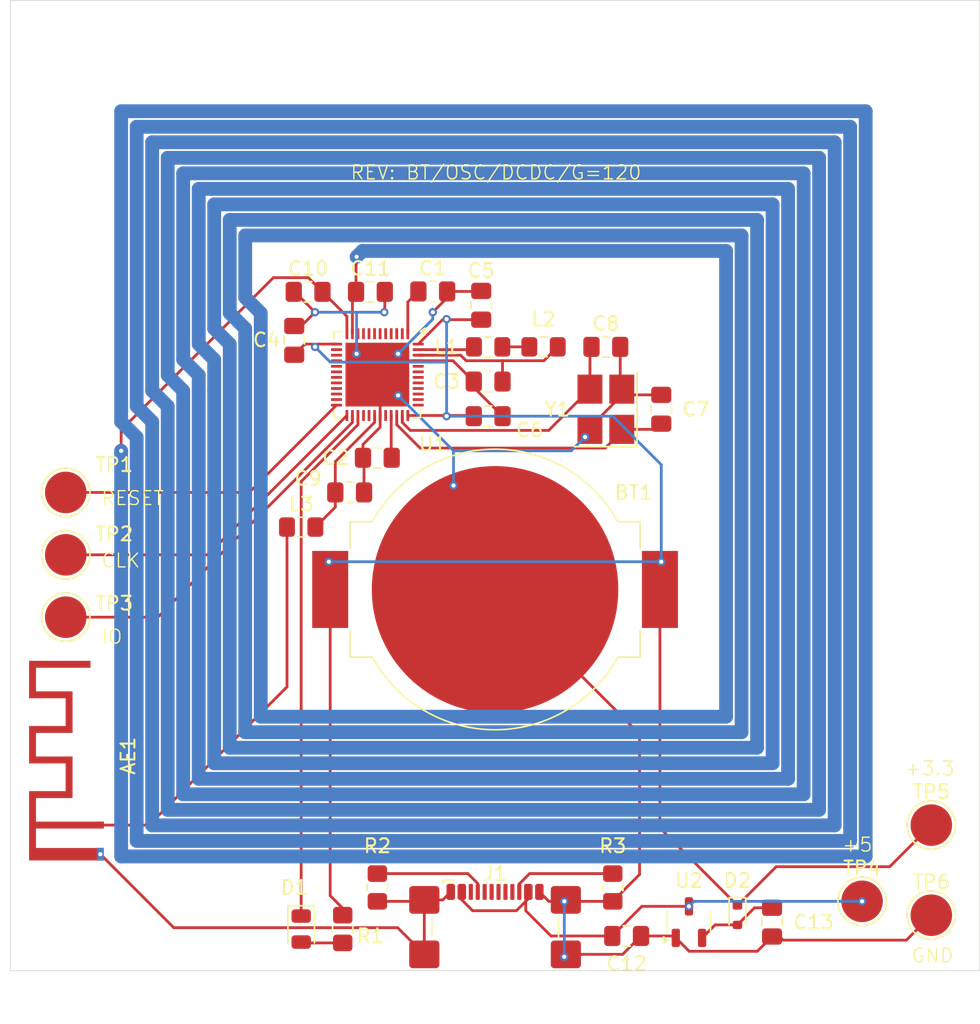
<source format=kicad_pcb>
(kicad_pcb (version 20240108) (generator "pcbnew") (generator_version "8.0")
  (layers (0 "F.Cu" signal) (31 "B.Cu" signal) (34 "B.Paste" user) (35 "F.Paste" user) (36 "B.SilkS" user "B.Silkscreen") (37 "F.SilkS" user "F.Silkscreen") (38 "B.Mask" user) (39 "F.Mask" user) (44 "Edge.Cuts" user))
  (net 0 "")
  (net 1 "Net-(AE1-A)")
  (net 2 "+3.3V")
  (net 3 "GND")
  (net 4 "Net-(U1-DEC1)")
  (net 5 "Net-(U1-DEC3)")
  (net 6 "Net-(U1-DEC4)")
  (net 7 "Net-(U1-XC1)")
  (net 8 "Net-(U1-XC2)")
  (net 9 "Net-(U1-ANT)")
  (net 10 "Net-(U1-NFC1{slash}P0.09)")
  (net 11 "Net-(U2-IN)")
  (net 12 "Net-(D2-A)")
  (net 13 "Net-(D1-K)")
  (net 14 "Net-(D1-A)")
  (net 16 "Net-(J1-CC1)")
  (net 20 "Net-(J1-CC2)")
  (net 23 "Net-(L1-Pad1)")
  (net 24 "Net-(U1-DCC)")
  (net 25 "Net-(U1-P0.21{slash}~{RESET})")
  (net 26 "Net-(U1-SWDCLK)")
  (net 27 "Net-(U1-SWDIO)")
  (footprint "TestPoint:TestPoint_Pad_D3.0mm" (layer "F.Cu") (at 64 75.5)
    (property "Reference" "TP1" (at 3.5 -2 0) (layer "F.SilkS"))
    (property "Value" "RESET")
    (pad "1" smd circle (at 0 0) (size 3 3) (layers "F.Cu" "F.Mask") (net 25 "Net-(U1-P0.21{slash}~{RESET})"))
  )
  (footprint "Capacitor_SMD:C_0805_2012Metric_Pad1.18x1.45mm_HandSolder" (layer "F.Cu") (at 94 62 90)
    (property "Reference" "C5" (at 2.5 0 180) (layer "F.SilkS"))
    (property "Value" "4.7u")
    (pad "1" smd roundrect (at -1.0375 0 90) (size 1.175 1.45) (layers "F.Cu" "F.Paste" "F.Mask") (roundrect_rratio 0.212766) (net 2 "+3.3V"))
    (pad "2" smd roundrect (at 1.0375 0 90) (size 1.175 1.45) (layers "F.Cu" "F.Paste" "F.Mask") (roundrect_rratio 0.212766) (net 3 "GND"))
  )
  (footprint "Capacitor_SMD:C_0805_2012Metric_Pad1.18x1.45mm_HandSolder" (layer "F.Cu") (at 80.5 64.53 90)
    (property "Reference" "C4" (at 0.03 -2 180) (layer "F.SilkS"))
    (property "Value" "100n")
    (pad "1" smd roundrect (at -1.0375 0 90) (size 1.175 1.45) (layers "F.Cu" "F.Paste" "F.Mask") (roundrect_rratio 0.212766) (net 2 "+3.3V"))
    (pad "2" smd roundrect (at 1.0375 0 90) (size 1.175 1.45) (layers "F.Cu" "F.Paste" "F.Mask") (roundrect_rratio 0.212766) (net 3 "GND"))
  )
  (footprint "Capacitor_SMD:C_0805_2012Metric_Pad1.18x1.45mm_HandSolder" (layer "F.Cu") (at 84.5 75.5 180)
    (property "Reference" "C9" (at 3 1 360) (layer "F.SilkS"))
    (property "Value" "0.8p")
    (pad "1" smd roundrect (at -1.0375 0 180) (size 1.175 1.45) (layers "F.Cu" "F.Paste" "F.Mask") (roundrect_rratio 0.212766) (net 3 "GND"))
    (pad "2" smd roundrect (at 1.0375 0 180) (size 1.175 1.45) (layers "F.Cu" "F.Paste" "F.Mask") (roundrect_rratio 0.212766) (net 9 "Net-(U1-ANT)"))
  )
  (footprint "TestPoint:TestPoint_Pad_D3.0mm" (layer "F.Cu") (at 121.5 105)
    (property "Reference" "TP4" (at 0 -2.398 0) (layer "F.SilkS"))
    (property "Value" "+5")
    (pad "1" smd circle (at 0 0) (size 3 3) (layers "F.Cu" "F.Mask") (net 11 "Net-(U2-IN)"))
  )
  (footprint "Capacitor_SMD:C_0805_2012Metric_Pad1.18x1.45mm_HandSolder" (layer "F.Cu") (at 94.5 67.5 180)
    (property "Reference" "C3" (at 3 0 360) (layer "F.SilkS"))
    (property "Value" "1u")
    (pad "1" smd roundrect (at -1.0375 0 180) (size 1.175 1.45) (layers "F.Cu" "F.Paste" "F.Mask") (roundrect_rratio 0.212766) (net 6 "Net-(U1-DEC4)"))
    (pad "2" smd roundrect (at 1.0375 0 180) (size 1.175 1.45) (layers "F.Cu" "F.Paste" "F.Mask") (roundrect_rratio 0.212766) (net 3 "GND"))
  )
  (footprint "Capacitor_SMD:C_0805_2012Metric_Pad1.18x1.45mm_HandSolder" (layer "F.Cu") (at 107 69.5 90)
    (property "Reference" "C7" (at 0 2.5 180) (layer "F.SilkS"))
    (property "Value" "12p")
    (pad "1" smd roundrect (at -1.0375 0 90) (size 1.175 1.45) (layers "F.Cu" "F.Paste" "F.Mask") (roundrect_rratio 0.212766) (net 7 "Net-(U1-XC1)"))
    (pad "2" smd roundrect (at 1.0375 0 90) (size 1.175 1.45) (layers "F.Cu" "F.Paste" "F.Mask") (roundrect_rratio 0.212766) (net 3 "GND"))
  )
  (footprint "Inductor_SMD:L_0805_2012Metric_Pad1.15x1.40mm_HandSolder" (layer "F.Cu") (at 94.5 65 180)
    (property "Reference" "L1" (at 3 0 360) (layer "F.SilkS"))
    (property "Value" "10u")
    (pad "1" smd roundrect (at -1.025 0 180) (size 1.15 1.4) (layers "F.Cu" "F.Paste" "F.Mask") (roundrect_rratio 0.217391) (net 23 "Net-(L1-Pad1)"))
    (pad "2" smd roundrect (at 1.025 0 180) (size 1.15 1.4) (layers "F.Cu" "F.Paste" "F.Mask") (roundrect_rratio 0.217391) (net 24 "Net-(U1-DCC)"))
  )
  (footprint "TestPoint:TestPoint_Pad_D3.0mm" (layer "F.Cu") (at 64 80)
    (property "Reference" "TP2" (at 3.5 -1.5 0) (layer "F.SilkS"))
    (property "Value" "CLK")
    (pad "1" smd circle (at 0 0) (size 3 3) (layers "F.Cu" "F.Mask") (net 26 "Net-(U1-SWDCLK)"))
  )
  (footprint "Capacitor_SMD:C_0805_2012Metric_Pad1.18x1.45mm_HandSolder" (layer "F.Cu") (at 104.5 107.5)
    (property "Reference" "C12" (at 0 2 360) (layer "F.SilkS"))
    (property "Value" "100n")
    (pad "1" smd roundrect (at -1.0375 0) (size 1.175 1.45) (layers "F.Cu" "F.Paste" "F.Mask") (roundrect_rratio 0.212766) (net 11 "Net-(U2-IN)"))
    (pad "2" smd roundrect (at 1.0375 0) (size 1.175 1.45) (layers "F.Cu" "F.Paste" "F.Mask") (roundrect_rratio 0.212766) (net 3 "GND"))
  )
  (footprint "TestPoint:TestPoint_Pad_D3.0mm" (layer "F.Cu") (at 64 84.5)
    (property "Reference" "TP3" (at 3.5 -1 0) (layer "F.SilkS"))
    (property "Value" "IO")
    (pad "1" smd circle (at 0 0) (size 3 3) (layers "F.Cu" "F.Mask") (net 27 "Net-(U1-SWDIO)"))
  )
  (footprint "Capacitor_SMD:C_0805_2012Metric_Pad1.18x1.45mm_HandSolder" (layer "F.Cu") (at 115 106.5 -90)
    (property "Reference" "C13" (at 0 -3 180) (layer "F.SilkS"))
    (property "Value" "100n")
    (pad "1" smd roundrect (at -1.0375 0 270) (size 1.175 1.45) (layers "F.Cu" "F.Paste" "F.Mask") (roundrect_rratio 0.212766) (net 12 "Net-(D2-A)"))
    (pad "2" smd roundrect (at 1.0375 0 270) (size 1.175 1.45) (layers "F.Cu" "F.Paste" "F.Mask") (roundrect_rratio 0.212766) (net 3 "GND"))
  )
  (footprint "Battery:BatteryHolder_MPD_BC2003_1x2032" (layer "F.Cu") (at 95 82.5)
    (property "Reference" "BT1" (at 10 -7 0) (layer "F.SilkS"))
    (property "Value" "CR2032")
    (pad "1" smd rect (at -11.905 0) (size 2.6 5.56) (layers "F.Cu" "F.Paste" "F.Mask") (net 2 "+3.3V"))
    (pad "1" smd rect (at 11.905 0) (size 2.6 5.56) (layers "F.Cu" "F.Paste" "F.Mask") (net 2 "+3.3V"))
    (pad "2" smd circle (at 0 0) (size 17.8 17.8) (layers "F.Cu" "F.Mask") (net 3 "GND"))
  )
  (footprint "Inductor_SMD:L_0805_2012Metric_Pad1.15x1.40mm_HandSolder" (layer "F.Cu") (at 98.5 65 180)
    (property "Reference" "L2" (at 0 2 360) (layer "F.SilkS"))
    (property "Value" "15n")
    (pad "1" smd roundrect (at -1.025 0 180) (size 1.15 1.4) (layers "F.Cu" "F.Paste" "F.Mask") (roundrect_rratio 0.217391) (net 6 "Net-(U1-DEC4)"))
    (pad "2" smd roundrect (at 1.025 0 180) (size 1.15 1.4) (layers "F.Cu" "F.Paste" "F.Mask") (roundrect_rratio 0.217391) (net 23 "Net-(L1-Pad1)"))
  )
  (footprint "Resistor_SMD:R_0805_2012Metric_Pad1.20x1.40mm_HandSolder" (layer "F.Cu") (at 84 107 90)
    (property "Reference" "R1" (at -0.5 2 180) (layer "F.SilkS"))
    (property "Value" "100")
    (pad "1" smd roundrect (at -1 0 90) (size 1.2 1.4) (layers "F.Cu" "F.Paste" "F.Mask") (roundrect_rratio 0.208333) (net 14 "Net-(D1-A)"))
    (pad "2" smd roundrect (at 1 0 90) (size 1.2 1.4) (layers "F.Cu" "F.Paste" "F.Mask") (roundrect_rratio 0.208333) (net 2 "+3.3V"))
  )
  (footprint "Capacitor_SMD:C_0805_2012Metric_Pad1.18x1.45mm_HandSolder" (layer "F.Cu") (at 81.5 61.03)
    (property "Reference" "C10" (at 0 -1.68 360) (layer "F.SilkS"))
    (property "Value" "TBD")
    (pad "1" smd roundrect (at -1.0375 0) (size 1.175 1.45) (layers "F.Cu" "F.Paste" "F.Mask") (roundrect_rratio 0.212766) (net 3 "GND"))
    (pad "2" smd roundrect (at 1.0375 0) (size 1.175 1.45) (layers "F.Cu" "F.Paste" "F.Mask") (roundrect_rratio 0.212766) (net 10 "Net-(U1-NFC1{slash}P0.09)"))
  )
  (footprint "Capacitor_SMD:C_0805_2012Metric_Pad1.18x1.45mm_HandSolder" (layer "F.Cu") (at 86 61.03)
    (property "Reference" "C11" (at 0 -1.68 360) (layer "F.SilkS"))
    (property "Value" "TBD")
    (pad "1" smd roundrect (at -1.0375 0) (size 1.175 1.45) (layers "F.Cu" "F.Paste" "F.Mask") (roundrect_rratio 0.212766) (net 10 "Net-(U1-NFC1{slash}P0.09)"))
    (pad "2" smd roundrect (at 1.0375 0) (size 1.175 1.45) (layers "F.Cu" "F.Paste" "F.Mask") (roundrect_rratio 0.212766) (net 3 "GND"))
  )
  (footprint "TestPoint:TestPoint_Pad_D3.0mm" (layer "F.Cu") (at 126.5 106)
    (property "Reference" "TP6" (at 0 -2.398 0) (layer "F.SilkS"))
    (property "Value" "GND")
    (pad "1" smd circle (at 0 0) (size 3 3) (layers "F.Cu" "F.Mask") (net 3 "GND"))
  )
  (footprint "Connector_USB:USB_C_Receptacle_GCT_USB4110" (layer "F.Cu") (at 95 108)
    (property "Reference" "J1" (at 0 -5.015 0) (layer "F.SilkS"))
    (property "Value" "USB_C_Receptacle_USB2.0_16P")
    (pad "" np_thru_hole circle (at -2.89 -2.605) (size 0.65 0.65) (drill 0.65) (layers "F&B.Cu" "*.Mask"))
    (pad "" np_thru_hole circle (at 2.89 -2.605) (size 0.65 0.65) (drill 0.65) (layers "F&B.Cu" "*.Mask"))
    (pad "A1" smd roundrect (at -3.2 -3.68) (size 0.6 1.15) (layers "F.Cu" "F.Paste" "F.Mask") (net 3 "GND"))
    (pad "A4" smd roundrect (at -2.4 -3.68) (size 0.6 1.15) (layers "F.Cu" "F.Paste" "F.Mask") (net 11 "Net-(U2-IN)"))
    (pad "A5" smd roundrect (at -1.25 -3.68) (size 0.3 1.15) (layers "F.Cu" "F.Paste" "F.Mask") (net 16 "Net-(J1-CC1)"))
    (pad "A6" smd roundrect (at -0.25 -3.68) (size 0.3 1.15) (layers "F.Cu" "F.Paste" "F.Mask"))
    (pad "A7" smd roundrect (at 0.25 -3.68) (size 0.3 1.15) (layers "F.Cu" "F.Paste" "F.Mask"))
    (pad "A8" smd roundrect (at 1.25 -3.68) (size 0.3 1.15) (layers "F.Cu" "F.Paste" "F.Mask"))
    (pad "A9" smd roundrect (at 2.4 -3.68) (size 0.6 1.15) (layers "F.Cu" "F.Paste" "F.Mask") (net 11 "Net-(U2-IN)"))
    (pad "A12" smd roundrect (at 3.2 -3.68) (size 0.6 1.15) (layers "F.Cu" "F.Paste" "F.Mask") (net 3 "GND"))
    (pad "B1" smd roundrect (at 3.2 -3.68) (size 0.6 1.15) (layers "F.Cu" "F.Paste" "F.Mask") (net 3 "GND"))
    (pad "B4" smd roundrect (at 2.4 -3.68) (size 0.6 1.15) (layers "F.Cu" "F.Paste" "F.Mask") (net 11 "Net-(U2-IN)"))
    (pad "B5" smd roundrect (at 1.75 -3.68) (size 0.3 1.15) (layers "F.Cu" "F.Paste" "F.Mask") (net 20 "Net-(J1-CC2)"))
    (pad "B6" smd roundrect (at 0.75 -3.68) (size 0.3 1.15) (layers "F.Cu" "F.Paste" "F.Mask"))
    (pad "B7" smd roundrect (at -0.75 -3.68) (size 0.3 1.15) (layers "F.Cu" "F.Paste" "F.Mask"))
    (pad "B8" smd roundrect (at -1.75 -3.68) (size 0.3 1.15) (layers "F.Cu" "F.Paste" "F.Mask"))
    (pad "B9" smd roundrect (at -2.4 -3.68) (size 0.6 1.15) (layers "F.Cu" "F.Paste" "F.Mask") (net 11 "Net-(U2-IN)"))
    (pad "B12" smd roundrect (at -3.2 -3.68) (size 0.6 1.15) (layers "F.Cu" "F.Paste" "F.Mask") (net 3 "GND"))
    (pad "S1" smd roundrect (at -5.11 -3.105) (size 2.18 2) (layers "F.Cu" "F.Paste" "F.Mask") (roundrect_rratio 0.125) (net 3 "GND"))
    (pad "S1" smd roundrect (at -5.11 0.825) (size 2.18 2) (layers "F.Cu" "F.Paste" "F.Mask") (roundrect_rratio 0.125) (net 3 "GND"))
    (pad "S1" smd roundrect (at 5.11 -3.105) (size 2.18 2) (layers "F.Cu" "F.Paste" "F.Mask") (roundrect_rratio 0.125) (net 3 "GND"))
    (pad "S1" smd roundrect (at 5.11 0.825) (size 2.18 2) (layers "F.Cu" "F.Paste" "F.Mask") (roundrect_rratio 0.125) (net 3 "GND"))
  )
  (footprint "LED_SMD:LED_0805_2012Metric" (layer "F.Cu") (at 81 107 -90)
    (property "Reference" "D1" (at -3 0.5 180) (layer "F.SilkS"))
    (property "Value" "ACTIVE")
    (pad "1" smd roundrect (at -0.9375 0 270) (size 0.975 1.4) (layers "F.Cu" "F.Paste" "F.Mask") (net 13 "Net-(D1-K)"))
    (pad "2" smd roundrect (at 0.9375 0 270) (size 0.975 1.4) (layers "F.Cu" "F.Paste" "F.Mask") (net 14 "Net-(D1-A)"))
  )
  (footprint "RF_Antenna:Texas_SWRA117D_2.4GHz_Right" (layer "F.Cu") (at 66.5 99.5 90)
    (property "Reference" "AE1" (at 5 2 90) (layer "F.SilkS"))
    (property "Value" "Antenna")
    (fp_poly (pts (xy 2.45 -2.51) (xy 4.45 -2.51) (xy 4.45 -5.15) (xy 7.15 -5.15) (xy 7.15 -2.51) (xy 9.15 -2.51) (xy 9.15 -5.15) (xy 11.85 -5.15) (xy 11.85 -0.71) (xy 11.35 -0.71) (xy 11.35 -4.65) (xy 9.65 -4.65) (xy 9.65 -2.01) (xy 6.65 -2.01) (xy 6.65 -4.65) (xy 4.95 -4.65) (xy 4.95 -2.01) (xy 1.95 -2.01) (xy 1.95 -4.65) (xy 0.25 -4.65) (xy 0.25 0.25) (xy -0.25 0.25) (xy -0.25 -4.65) (xy -1.65 -4.65) (xy -1.65 0.25) (xy -2.55 0.25) (xy -2.55 0.006785) (xy -2.247583 0.006785) (xy -2.237742 0.054395) (xy -2.213674 0.096797) (xy -2.175731 0.129581) (xy -2.167819 0.133935) (xy -2.125156 0.146043) (xy -2.076637 0.1453) (xy -2.031122 0.1324) (xy -2.012511 0.121787) (xy -1.978868 0.086553) (xy -1.958309 0.041368) (xy -1.951778 -0.008158) (xy -1.960218 -0.056417) (xy -1.977112 -0.088643) (xy -2.012372 -0.121313) (xy -2.057682 -0.141408) (xy -2.107267 -0.147982) (xy -2.155353 -0.140092) (xy -2.188245 -0.123186) (xy -2.223185 -0.086416) (xy -2.242847 -0.041622) (xy -2.247583 0.006785) (xy -2.55 0.006785) (xy -2.55 -5.15) (xy 2.45 -5.15) (xy 2.45 -2.51)) (fill solid) (layer "F.Cu"))
    (pad "1" connect rect (at 0 0 90) (size 0.5 0.5) (layers "F.Cu") (net 1 "Net-(AE1-A)"))
    (pad "2" thru_hole rect (at -2.1 0 90) (size 0.9 0.5) (drill 0.3) (layers "*.Cu"))
  )
  (footprint "Package_DFN_QFN:QFN-48-1EP_6x6mm_P0.4mm_EP4.6x4.6mm" (layer "F.Cu") (at 86.5 67 -90)
    (property "Reference" "U1" (at 5 -4 180) (layer "F.SilkS"))
    (property "Value" "nRF52832-QFxx")
    (pad "1" smd roundrect (at -2.95 -2.2 270) (size 0.8 0.2) (layers "F.Cu" "F.Paste" "F.Mask") (net 4 "Net-(U1-DEC1)"))
    (pad "2" smd roundrect (at -2.95 -1.8 270) (size 0.8 0.2) (layers "F.Cu" "F.Paste" "F.Mask"))
    (pad "3" smd roundrect (at -2.95 -1.4 270) (size 0.8 0.2) (layers "F.Cu" "F.Paste" "F.Mask"))
    (pad "4" smd roundrect (at -2.95 -1 270) (size 0.8 0.2) (layers "F.Cu" "F.Paste" "F.Mask"))
    (pad "5" smd roundrect (at -2.95 -0.6 270) (size 0.8 0.2) (layers "F.Cu" "F.Paste" "F.Mask"))
    (pad "6" smd roundrect (at -2.95 -0.2 270) (size 0.8 0.2) (layers "F.Cu" "F.Paste" "F.Mask"))
    (pad "7" smd roundrect (at -2.95 0.2 270) (size 0.8 0.2) (layers "F.Cu" "F.Paste" "F.Mask"))
    (pad "8" smd roundrect (at -2.95 0.6 270) (size 0.8 0.2) (layers "F.Cu" "F.Paste" "F.Mask"))
    (pad "9" smd roundrect (at -2.95 1 270) (size 0.8 0.2) (layers "F.Cu" "F.Paste" "F.Mask"))
    (pad "10" smd roundrect (at -2.95 1.4 270) (size 0.8 0.2) (layers "F.Cu" "F.Paste" "F.Mask"))
    (pad "11" smd roundrect (at -2.95 1.8 270) (size 0.8 0.2) (layers "F.Cu" "F.Paste" "F.Mask") (net 10 "Net-(U1-NFC1{slash}P0.09)"))
    (pad "12" smd roundrect (at -2.95 2.2 270) (size 0.8 0.2) (layers "F.Cu" "F.Paste" "F.Mask") (net 10 "Net-(U1-NFC1{slash}P0.09)"))
    (pad "13" smd roundrect (at -2.2 2.95 270) (size 0.2 0.8) (layers "F.Cu" "F.Paste" "F.Mask") (net 2 "+3.3V"))
    (pad "14" smd roundrect (at -1.8 2.95 270) (size 0.2 0.8) (layers "F.Cu" "F.Paste" "F.Mask"))
    (pad "15" smd roundrect (at -1.4 2.95 270) (size 0.2 0.8) (layers "F.Cu" "F.Paste" "F.Mask"))
    (pad "16" smd roundrect (at -1 2.95 270) (size 0.2 0.8) (layers "F.Cu" "F.Paste" "F.Mask"))
    (pad "17" smd roundrect (at -0.6 2.95 270) (size 0.2 0.8) (layers "F.Cu" "F.Paste" "F.Mask"))
    (pad "18" smd roundrect (at -0.2 2.95 270) (size 0.2 0.8) (layers "F.Cu" "F.Paste" "F.Mask"))
    (pad "19" smd roundrect (at 0.2 2.95 270) (size 0.2 0.8) (layers "F.Cu" "F.Paste" "F.Mask"))
    (pad "20" smd roundrect (at 0.6 2.95 270) (size 0.2 0.8) (layers "F.Cu" "F.Paste" "F.Mask"))
    (pad "21" smd roundrect (at 1 2.95 270) (size 0.2 0.8) (layers "F.Cu" "F.Paste" "F.Mask"))
    (pad "22" smd roundrect (at 1.4 2.95 270) (size 0.2 0.8) (layers "F.Cu" "F.Paste" "F.Mask"))
    (pad "23" smd roundrect (at 1.8 2.95 270) (size 0.2 0.8) (layers "F.Cu" "F.Paste" "F.Mask"))
    (pad "24" smd roundrect (at 2.2 2.95 270) (size 0.2 0.8) (layers "F.Cu" "F.Paste" "F.Mask") (net 25 "Net-(U1-P0.21{slash}~{RESET})"))
    (pad "25" smd roundrect (at 2.95 2.2 270) (size 0.8 0.2) (layers "F.Cu" "F.Paste" "F.Mask") (net 26 "Net-(U1-SWDCLK)"))
    (pad "26" smd roundrect (at 2.95 1.8 270) (size 0.8 0.2) (layers "F.Cu" "F.Paste" "F.Mask") (net 27 "Net-(U1-SWDIO)"))
    (pad "27" smd roundrect (at 2.95 1.4 270) (size 0.8 0.2) (layers "F.Cu" "F.Paste" "F.Mask") (net 13 "Net-(D1-K)"))
    (pad "28" smd roundrect (at 2.95 1 270) (size 0.8 0.2) (layers "F.Cu" "F.Paste" "F.Mask"))
    (pad "29" smd roundrect (at 2.95 0.6 270) (size 0.8 0.2) (layers "F.Cu" "F.Paste" "F.Mask"))
    (pad "30" smd roundrect (at 2.95 0.2 270) (size 0.8 0.2) (layers "F.Cu" "F.Paste" "F.Mask") (net 9 "Net-(U1-ANT)"))
    (pad "31" smd roundrect (at 2.95 -0.2 270) (size 0.8 0.2) (layers "F.Cu" "F.Paste" "F.Mask") (net 3 "GND"))
    (pad "32" smd roundrect (at 2.95 -0.6 270) (size 0.8 0.2) (layers "F.Cu" "F.Paste" "F.Mask"))
    (pad "33" smd roundrect (at 2.95 -1 270) (size 0.8 0.2) (layers "F.Cu" "F.Paste" "F.Mask") (net 5 "Net-(U1-DEC3)"))
    (pad "34" smd roundrect (at 2.95 -1.4 270) (size 0.8 0.2) (layers "F.Cu" "F.Paste" "F.Mask") (net 7 "Net-(U1-XC1)"))
    (pad "35" smd roundrect (at 2.95 -1.8 270) (size 0.8 0.2) (layers "F.Cu" "F.Paste" "F.Mask") (net 8 "Net-(U1-XC2)"))
    (pad "36" smd roundrect (at 2.95 -2.2 270) (size 0.8 0.2) (layers "F.Cu" "F.Paste" "F.Mask") (net 2 "+3.3V"))
    (pad "37" smd roundrect (at 2.2 -2.95 270) (size 0.2 0.8) (layers "F.Cu" "F.Paste" "F.Mask"))
    (pad "38" smd roundrect (at 1.8 -2.95 270) (size 0.2 0.8) (layers "F.Cu" "F.Paste" "F.Mask"))
    (pad "39" smd roundrect (at 1.4 -2.95 270) (size 0.2 0.8) (layers "F.Cu" "F.Paste" "F.Mask"))
    (pad "40" smd roundrect (at 1 -2.95 270) (size 0.2 0.8) (layers "F.Cu" "F.Paste" "F.Mask"))
    (pad "41" smd roundrect (at 0.6 -2.95 270) (size 0.2 0.8) (layers "F.Cu" "F.Paste" "F.Mask"))
    (pad "42" smd roundrect (at 0.2 -2.95 270) (size 0.2 0.8) (layers "F.Cu" "F.Paste" "F.Mask"))
    (pad "43" smd roundrect (at -0.2 -2.95 270) (size 0.2 0.8) (layers "F.Cu" "F.Paste" "F.Mask"))
    (pad "44" smd roundrect (at -0.6 -2.95 270) (size 0.2 0.8) (layers "F.Cu" "F.Paste" "F.Mask"))
    (pad "45" smd roundrect (at -1 -2.95 270) (size 0.2 0.8) (layers "F.Cu" "F.Paste" "F.Mask") (net 3 "GND"))
    (pad "46" smd roundrect (at -1.4 -2.95 270) (size 0.2 0.8) (layers "F.Cu" "F.Paste" "F.Mask") (net 6 "Net-(U1-DEC4)"))
    (pad "47" smd roundrect (at -1.8 -2.95 270) (size 0.2 0.8) (layers "F.Cu" "F.Paste" "F.Mask") (net 24 "Net-(U1-DCC)"))
    (pad "48" smd roundrect (at -2.2 -2.95 270) (size 0.2 0.8) (layers "F.Cu" "F.Paste" "F.Mask") (net 2 "+3.3V"))
    (pad "49" smd rect (at 0 0 270) (size 4.6 4.6) (property pad_prop_heatsink) (layers "F.Cu" "F.Mask") (net 3 "GND"))
  )
  (footprint "Inductor_SMD:L_0805_2012Metric_Pad1.15x1.40mm_HandSolder" (layer "F.Cu") (at 81 78)
    (property "Reference" "L3" (at 0 -1.65 360) (layer "F.SilkS"))
    (property "Value" "3.9n")
    (pad "1" smd roundrect (at -1.025 0) (size 1.15 1.4) (layers "F.Cu" "F.Paste" "F.Mask") (roundrect_rratio 0.217391) (net 1 "Net-(AE1-A)"))
    (pad "2" smd roundrect (at 1.025 0) (size 1.15 1.4) (layers "F.Cu" "F.Paste" "F.Mask") (roundrect_rratio 0.217391) (net 9 "Net-(U1-ANT)"))
  )
  (footprint "Capacitor_SMD:C_0805_2012Metric_Pad1.18x1.45mm_HandSolder" (layer "F.Cu") (at 103 65)
    (property "Reference" "C8" (at 0 -1.68 360) (layer "F.SilkS"))
    (property "Value" "12p")
    (pad "1" smd roundrect (at -1.0375 0) (size 1.175 1.45) (layers "F.Cu" "F.Paste" "F.Mask") (roundrect_rratio 0.212766) (net 8 "Net-(U1-XC2)"))
    (pad "2" smd roundrect (at 1.0375 0) (size 1.175 1.45) (layers "F.Cu" "F.Paste" "F.Mask") (roundrect_rratio 0.212766) (net 3 "GND"))
  )
  (footprint "Capacitor_SMD:C_0805_2012Metric_Pad1.18x1.45mm_HandSolder" (layer "F.Cu") (at 94.5 70)
    (property "Reference" "C6" (at 3 1 360) (layer "F.SilkS"))
    (property "Value" "100n")
    (pad "1" smd roundrect (at -1.0375 0) (size 1.175 1.45) (layers "F.Cu" "F.Paste" "F.Mask") (roundrect_rratio 0.212766) (net 2 "+3.3V"))
    (pad "2" smd roundrect (at 1.0375 0) (size 1.175 1.45) (layers "F.Cu" "F.Paste" "F.Mask") (roundrect_rratio 0.212766) (net 3 "GND"))
  )
  (footprint "Capacitor_SMD:C_0805_2012Metric_Pad1.18x1.45mm_HandSolder" (layer "F.Cu") (at 86.5 73 180)
    (property "Reference" "C2" (at 3 0 360) (layer "F.SilkS"))
    (property "Value" "100p")
    (pad "1" smd roundrect (at -1.0375 0 180) (size 1.175 1.45) (layers "F.Cu" "F.Paste" "F.Mask") (roundrect_rratio 0.212766) (net 5 "Net-(U1-DEC3)"))
    (pad "2" smd roundrect (at 1.0375 0 180) (size 1.175 1.45) (layers "F.Cu" "F.Paste" "F.Mask") (roundrect_rratio 0.212766) (net 3 "GND"))
  )
  (footprint "TestPoint:TestPoint_Pad_D3.0mm" (layer "F.Cu") (at 126.5 99.5)
    (property "Reference" "TP5" (at 0 -2.398 0) (layer "F.SilkS"))
    (property "Value" "+3.3")
    (pad "1" smd circle (at 0 0) (size 3 3) (layers "F.Cu" "F.Mask") (net 2 "+3.3V"))
  )
  (footprint "Resistor_SMD:R_0805_2012Metric_Pad1.20x1.40mm_HandSolder" (layer "F.Cu") (at 86.5 104 90)
    (property "Reference" "R2" (at 3 0 180) (layer "F.SilkS"))
    (property "Value" "5.1k")
    (pad "1" smd roundrect (at -1 0 90) (size 1.2 1.4) (layers "F.Cu" "F.Paste" "F.Mask") (roundrect_rratio 0.208333) (net 3 "GND"))
    (pad "2" smd roundrect (at 1 0 90) (size 1.2 1.4) (layers "F.Cu" "F.Paste" "F.Mask") (roundrect_rratio 0.208333) (net 16 "Net-(J1-CC1)"))
  )
  (footprint "Package_TO_SOT_SMD:SOT-23-3" (layer "F.Cu") (at 109 106.5 90)
    (property "Reference" "U2" (at 3 0 180) (layer "F.SilkS"))
    (property "Value" "RS3002-3.3SYF5")
    (pad "1" smd roundrect (at -1.1375 -0.95 90) (size 1.325 0.6) (layers "F.Cu" "F.Paste" "F.Mask") (net 3 "GND"))
    (pad "2" smd roundrect (at -1.1375 0.95 90) (size 1.325 0.6) (layers "F.Cu" "F.Paste" "F.Mask") (net 12 "Net-(D2-A)"))
    (pad "3" smd roundrect (at 1.1375 0 90) (size 1.325 0.6) (layers "F.Cu" "F.Paste" "F.Mask") (net 11 "Net-(U2-IN)"))
  )
  (footprint "Diode_SMD:D_SOD-523" (layer "F.Cu") (at 112.5 106 -90)
    (property "Reference" "D2" (at -2.5 0 0) (layer "F.SilkS"))
    (property "Value" "RB751S-40")
    (pad "1" smd roundrect (at -0.7 0 90) (size 0.6 0.7) (layers "F.Cu" "F.Paste" "F.Mask") (net 2 "+3.3V"))
    (pad "2" smd roundrect (at 0.7 0 90) (size 0.6 0.7) (layers "F.Cu" "F.Paste" "F.Mask") (net 12 "Net-(D2-A)"))
  )
  (footprint "Resistor_SMD:R_0805_2012Metric_Pad1.20x1.40mm_HandSolder" (layer "F.Cu") (at 103.5 104 -90)
    (property "Reference" "R3" (at -3 0 180) (layer "F.SilkS"))
    (property "Value" "5.1k")
    (pad "1" smd roundrect (at -1 0 270) (size 1.2 1.4) (layers "F.Cu" "F.Paste" "F.Mask") (roundrect_rratio 0.208333) (net 20 "Net-(J1-CC2)"))
    (pad "2" smd roundrect (at 1 0 270) (size 1.2 1.4) (layers "F.Cu" "F.Paste" "F.Mask") (roundrect_rratio 0.208333) (net 3 "GND"))
  )
  (footprint "Capacitor_SMD:C_0805_2012Metric_Pad1.18x1.45mm_HandSolder" (layer "F.Cu") (at 90.5 61)
    (property "Reference" "C1" (at 0 -1.68 360) (layer "F.SilkS"))
    (property "Value" "100n")
    (pad "1" smd roundrect (at -1.0375 0) (size 1.175 1.45) (layers "F.Cu" "F.Paste" "F.Mask") (roundrect_rratio 0.212766) (net 4 "Net-(U1-DEC1)"))
    (pad "2" smd roundrect (at 1.0375 0) (size 1.175 1.45) (layers "F.Cu" "F.Paste" "F.Mask") (roundrect_rratio 0.212766) (net 3 "GND"))
  )
  (footprint "Crystal:Crystal_SMD_3225-4Pin_3.2x2.5mm_HandSoldering" (layer "F.Cu") (at 103 69.5 90)
    (property "Reference" "Y1" (at 0 -3.5 180) (layer "F.SilkS"))
    (property "Value" "32Mhz")
    (pad "1" smd rect (at -1.45 1.15 90) (size 2.1 1.8) (layers "F.Cu" "F.Paste" "F.Mask") (net 7 "Net-(U1-XC1)"))
    (pad "2" smd rect (at 1.45 1.15 90) (size 2.1 1.8) (layers "F.Cu" "F.Paste" "F.Mask") (net 3 "GND"))
    (pad "3" smd rect (at 1.45 -1.15 90) (size 2.1 1.8) (layers "F.Cu" "F.Paste" "F.Mask") (net 8 "Net-(U1-XC2)"))
    (pad "4" smd rect (at -1.45 -1.15 90) (size 2.1 1.8) (layers "F.Cu" "F.Paste" "F.Mask") (net 3 "GND"))
  )
  (gr_rect (start 60 40) (end 130 110) (stroke (width 0.05)) (fill none) (layer "Edge.Cuts"))
  (gr_text "RESET" (at 66.5 76.5 0) (layer "F.SilkS") (effects (font (size 1 1) (thickness 0.1)) (justify left bottom)))
  (gr_text "+3.3" (at 124.5 96 0) (layer "F.SilkS") (effects (font (size 1 1) (thickness 0.1)) (justify left bottom)))
  (gr_text "IO" (at 66.5 86.5 0) (layer "F.SilkS") (effects (font (size 1 1) (thickness 0.1)) (justify left bottom)))
  (gr_text "GND" (at 125 109.5 0) (layer "F.SilkS") (effects (font (size 1 1) (thickness 0.1)) (justify left bottom)))
  (gr_text "CLK" (at 66.5 81 0) (layer "F.SilkS") (effects (font (size 1 1) (thickness 0.1)) (justify left bottom)))
  (gr_text "REV: BT/OSC/DCDC/G=120" (at 84.5 53 0) (layer "F.SilkS") (effects (font (size 1 1) (thickness 0.1)) (justify left bottom)))
  (gr_text "+5" (at 120 101.5 0) (layer "F.SilkS") (effects (font (size 1 1) (thickness 0.1)) (justify left bottom)))
  (segment (start 70 99.5) (end 79.975 89.525) (width 0.2) (layer "F.Cu") (net 1))
  (segment (start 66.5 99.5) (end 70 99.5) (width 0.2) (layer "F.Cu") (net 1))
  (segment (start 79.975 89.525) (end 79.975 78) (width 0.2) (layer "F.Cu") (net 1))
  (segment (start 81.8 64.8) (end 81.2675 64.8) (width 0.2) (layer "F.Cu") (net 2))
  (segment (start 106.905 99.705) (end 112.5 105.3) (width 0.2) (layer "F.Cu") (net 2))
  (segment (start 83.55 64.8) (end 82.2 64.8) (width 0.2) (layer "F.Cu") (net 2))
  (segment (start 106.905 82.5) (end 106.905 99.705) (width 0.2) (layer "F.Cu") (net 2))
  (segment (start 83.095 104.595) (end 83.095 82.5) (width 0.2) (layer "F.Cu") (net 2))
  (segment (start 81.2675 64.8) (end 80.5 65.5675) (width 0.2) (layer "F.Cu") (net 2))
  (segment (start 91.45 69.95) (end 91.5 70) (width 0.2) (layer "F.Cu") (net 2))
  (segment (start 91.5 70) (end 91.55 69.95) (width 0.2) (layer "F.Cu") (net 2))
  (segment (start 91.55 69.95) (end 93.4125 69.95) (width 0.2) (layer "F.Cu") (net 2))
  (segment (start 91.5 63) (end 91.5375 63.0375) (width 0.2) (layer "F.Cu") (net 2))
  (segment (start 91.5375 63.0375) (end 94 63.0375) (width 0.2) (layer "F.Cu") (net 2))
  (segment (start 82 65) (end 81.8 64.8) (width 0.2) (layer "F.Cu") (net 2))
  (segment (start 126.5 99.5) (end 123.5 102.5) (width 0.2) (layer "F.Cu") (net 2))
  (segment (start 91.4625 63.0375) (end 91.5 63) (width 0.2) (layer "F.Cu") (net 2))
  (segment (start 82.2 64.8) (end 82 65) (width 0.2) (layer "F.Cu") (net 2))
  (segment (start 93.4125 69.95) (end 93.4625 70) (width 0.2) (layer "F.Cu") (net 2))
  (segment (start 84 105.5) (end 83.095 104.595) (width 0.2) (layer "F.Cu") (net 2))
  (segment (start 91.2125 63.0375) (end 91.4625 63.0375) (width 0.2) (layer "F.Cu") (net 2))
  (segment (start 115.3 102.5) (end 112.5 105.3) (width 0.2) (layer "F.Cu") (net 2))
  (segment (start 89.45 64.8) (end 91.2125 63.0375) (width 0.2) (layer "F.Cu") (net 2))
  (segment (start 88.7 69.95) (end 91.45 69.95) (width 0.2) (layer "F.Cu") (net 2))
  (segment (start 84 106) (end 84 105.5) (width 0.2) (layer "F.Cu") (net 2))
  (segment (start 123.5 102.5) (end 115.3 102.5) (width 0.2) (layer "F.Cu") (net 2))
  (via (at 82 65) (size 0.6) (drill 0.3) (layers "F.Cu" "B.Cu") (net 2))
  (via (at 91.5 70) (size 0.6) (drill 0.3) (layers "F.Cu" "B.Cu") (net 2))
  (via (at 91.5 63) (size 0.6) (drill 0.3) (layers "F.Cu" "B.Cu") (net 2))
  (via (at 83 80.5) (size 0.6) (drill 0.3) (layers "F.Cu" "B.Cu") (net 2))
  (via (at 107 80.5) (size 0.6) (drill 0.3) (layers "F.Cu" "B.Cu") (net 2))
  (segment (start 91.5 66) (end 91.5 70) (width 0.2) (layer "B.Cu") (net 2))
  (segment (start 107 73.5) (end 107 80.5) (width 0.2) (layer "B.Cu") (net 2))
  (segment (start 103.5 70) (end 107 73.5) (width 0.2) (layer "B.Cu") (net 2))
  (segment (start 83.1 66.1) (end 91.4 66.1) (width 0.2) (layer "B.Cu") (net 2))
  (segment (start 82 65) (end 83.1 66.1) (width 0.2) (layer "B.Cu") (net 2))
  (segment (start 91.5 63) (end 91.5 66) (width 0.2) (layer "B.Cu") (net 2))
  (segment (start 91.4 66.1) (end 91.5 66) (width 0.2) (layer "B.Cu") (net 2))
  (segment (start 107 80.5) (end 83 80.5) (width 0.2) (layer "B.Cu") (net 2))
  (segment (start 91.5 70) (end 103.5 70) (width 0.2) (layer "B.Cu") (net 2))
  (segment (start 81.0075 63.4925) (end 82 62.5) (width 0.2) (layer "F.Cu") (net 3))
  (segment (start 91.5375 61.4625) (end 90.5 62.5) (width 0.2) (layer "F.Cu") (net 3))
  (segment (start 99.535 104.32) (end 100 105) (width 0.2) (layer "F.Cu") (net 3))
  (segment (start 104.5625 68.4625) (end 104.15 68.05) (width 0.2) (layer "F.Cu") (net 3))
  (segment (start 100.215 105) (end 100.11 104.895) (width 0.2) (layer "F.Cu") (net 3))
  (segment (start 101.85 70.8) (end 104.15 68.5) (width 0.2) (layer "F.Cu") (net 3))
  (segment (start 103.5 105) (end 100.215 105) (width 0.2) (layer "F.Cu") (net 3))
  (segment (start 104.0375 65) (end 104.0375 67.9375) (width 0.2) (layer "F.Cu") (net 3))
  (segment (start 113.9375 108.6) (end 115 107.5375) (width 0.2) (layer "F.Cu") (net 3))
  (segment (start 82 62.5) (end 80.53 61.03) (width 0.2) (layer "F.Cu") (net 3))
  (segment (start 105.5375 107.5) (end 107.9125 107.5) (width 0.2) (layer "F.Cu") (net 3))
  (segment (start 86.7 70.8) (end 85.4625 72.0375) (width 0.2) (layer "F.Cu") (net 3))
  (segment (start 71.8 106.9) (end 87.965 106.9) (width 0.2) (layer "F.Cu") (net 3))
  (segment (start 95 82.5) (end 105.434314 92.934314) (width 0.2) (layer "F.Cu") (net 3))
  (segment (start 91.225 104.895) (end 91.8 104.32) (width 0.2) (layer "F.Cu") (net 3))
  (segment (start 89.785 105) (end 89.89 104.895) (width 0.2) (layer "F.Cu") (net 3))
  (segment (start 80.53 61.03) (end 80.4625 61.03) (width 0.2) (layer "F.Cu") (net 3))
  (segment (start 101.85 70.95) (end 101.85 70.8) (width 0.2) (layer "F.Cu") (net 3))
  (segment (start 104.15 68.5) (end 104.15 68.05) (width 0.2) (layer "F.Cu") (net 3))
  (segment (start 91.9625 66) (end 93.4625 67.5) (width 0.2) (layer "F.Cu") (net 3))
  (segment (start 89.45 66) (end 91.9625 66) (width 0.2) (layer "F.Cu") (net 3))
  (segment (start 87.5 66) (end 86.5 67) (width 0.2) (layer "F.Cu") (net 3))
  (segment (start 91.5375 61) (end 91.5375 61.4625) (width 0.2) (layer "F.Cu") (net 3))
  (segment (start 93.4625 67.925) (end 93.4625 67.5) (width 0.2) (layer "F.Cu") (net 3))
  (segment (start 107.9125 107.5) (end 108.05 107.6375) (width 0.2) (layer "F.Cu") (net 3))
  (segment (start 86.5 105) (end 89.785 105) (width 0.2) (layer "F.Cu") (net 3))
  (segment (start 109.0125 108.6) (end 113.9375 108.6) (width 0.2) (layer "F.Cu") (net 3))
  (segment (start 98.2 104.32) (end 98.88 105) (width 0.2) (layer "F.Cu") (net 3))
  (segment (start 98.88 105) (end 100 105) (width 0.2) (layer "F.Cu") (net 3))
  (segment (start 95.5375 70) (end 93.4625 67.925) (width 0.2) (layer "F.Cu") (net 3))
  (segment (start 124.7 107.8) (end 126.5 106) (width 0.2) (layer "F.Cu") (net 3))
  (segment (start 89.89 104.895) (end 91.225 104.895) (width 0.2) (layer "F.Cu") (net 3))
  (segment (start 104.2125 108.825) (end 105.5375 107.5) (width 0.2) (layer "F.Cu") (net 3))
  (segment (start 104.0375 67.9375) (end 104.15 68.05) (width 0.2) (layer "F.Cu") (net 3))
  (segment (start 93.9625 61) (end 94 60.9625) (width 0.2) (layer "F.Cu") (net 3))
  (segment (start 87 62.5) (end 87.0375 62.4625) (width 0.2) (layer "F.Cu") (net 3))
  (segment (start 107 68.4625) (end 104.5625 68.4625) (width 0.2) (layer "F.Cu") (net 3))
  (segment (start 115.5375 107.5375) (end 115.8 107.8) (width 0.2) (layer "F.Cu") (net 3))
  (segment (start 100.11 108.825) (end 104.2125 108.825) (width 0.2) (layer "F.Cu") (net 3))
  (segment (start 105.434314 92.934314) (end 105.434314 103.065686) (width 0.2) (layer "F.Cu") (net 3))
  (segment (start 89.45 66) (end 87.5 66) (width 0.2) (layer "F.Cu") (net 3))
  (segment (start 86.7 69.95) (end 86.7 70.8) (width 0.2) (layer "F.Cu") (net 3))
  (segment (start 87.965 106.9) (end 89.89 108.825) (width 0.2) (layer "F.Cu") (net 3))
  (segment (start 108.05 107.6375) (end 109.0125 108.6) (width 0.2) (layer "F.Cu") (net 3))
  (segment (start 91.5375 61) (end 91.5 61) (width 0.2) (layer "F.Cu") (net 3))
  (segment (start 80.5 63.4925) (end 81.0075 63.4925) (width 0.2) (layer "F.Cu") (net 3))
  (segment (start 89.89 108.825) (end 89.89 104.895) (width 0.2) (layer "F.Cu") (net 3))
  (segment (start 85.5375 75.5) (end 85.5375 73.075) (width 0.2) (layer "F.Cu") (net 3))
  (segment (start 115.8 107.8) (end 124.7 107.8) (width 0.2) (layer "F.Cu") (net 3))
  (segment (start 85.4625 72.0375) (end 85.4625 73) (width 0.2) (layer "F.Cu") (net 3))
  (segment (start 66.5 101.6) (end 71.8 106.9) (width 0.2) (layer "F.Cu") (net 3))
  (segment (start 91.5 61) (end 93.9625 61) (width 0.2) (layer "F.Cu") (net 3))
  (segment (start 87.0375 62.4625) (end 87.0375 61.03) (width 0.2) (layer "F.Cu") (net 3))
  (segment (start 100 109) (end 100.11 108.825) (width 0.2) (layer "F.Cu") (net 3))
  (segment (start 86.7 69.95) (end 86.7 67.2) (width 0.2) (layer "F.Cu") (net 3))
  (segment (start 105.434314 103.065686) (end 103.5 105) (width 0.2) (layer "F.Cu") (net 3))
  (segment (start 115 107.5375) (end 115.5375 107.5375) (width 0.2) (layer "F.Cu") (net 3))
  (segment (start 86.7 67.2) (end 86.5 67) (width 0.2) (layer "F.Cu") (net 3))
  (segment (start 85.5375 73.075) (end 85.4625 73) (width 0.2) (layer "F.Cu") (net 3))
  (segment (start 100 105) (end 100.11 104.895) (width 0.2) (layer "F.Cu") (net 3))
  (via (at 88 65.5) (size 0.6) (drill 0.3) (layers "F.Cu" "B.Cu") (net 3))
  (via (at 100 105) (size 0.6) (drill 0.3) (layers "F.Cu" "B.Cu") (net 3))
  (via (at 92 75) (size 0.6) (drill 0.3) (layers "F.Cu" "B.Cu") (net 3))
  (via (at 88 68.5) (size 0.6) (drill 0.3) (layers "F.Cu" "B.Cu") (net 3))
  (via (at 100 109) (size 0.6) (drill 0.3) (layers "F.Cu" "B.Cu") (net 3))
  (via (at 87 62.5) (size 0.6) (drill 0.3) (layers "F.Cu" "B.Cu") (net 3))
  (via (at 90.5 62.5) (size 0.6) (drill 0.3) (layers "F.Cu" "B.Cu") (net 3))
  (via (at 85 65.5) (size 0.6) (drill 0.3) (layers "F.Cu" "B.Cu") (net 3))
  (via (at 101.5 71.5) (size 0.6) (drill 0.3) (layers "F.Cu" "B.Cu") (net 3))
  (via (at 82 62.5) (size 0.6) (drill 0.3) (layers "F.Cu" "B.Cu") (net 3))
  (segment (start 100 105) (end 100 109) (width 0.2) (layer "B.Cu") (net 3))
  (segment (start 92 72.5) (end 92 75) (width 0.2) (layer "B.Cu") (net 3))
  (segment (start 88 68.5) (end 92 72.5) (width 0.2) (layer "B.Cu") (net 3))
  (segment (start 88 65.5) (end 90.5 63) (width 0.2) (layer "B.Cu") (net 3))
  (segment (start 100.5 72.5) (end 92 72.5) (width 0.2) (layer "B.Cu") (net 3))
  (segment (start 85 65.5) (end 85 62.5) (width 0.2) (layer "B.Cu") (net 3))
  (segment (start 84 62.5) (end 87 62.5) (width 0.2) (layer "B.Cu") (net 3))
  (segment (start 101.5 71.5) (end 100.5 72.5) (width 0.2) (layer "B.Cu") (net 3))
  (segment (start 90.5 63) (end 90.5 62.5) (width 0.2) (layer "B.Cu") (net 3))
  (segment (start 82 62.5) (end 84 62.5) (width 0.2) (layer "B.Cu") (net 3))
  (segment (start 88.7 61.7625) (end 89.4625 61) (width 0.2) (layer "F.Cu") (net 4))
  (segment (start 88.7 64.05) (end 88.7 61.7625) (width 0.2) (layer "F.Cu") (net 4))
  (segment (start 87.5 69.95) (end 87.5 72.9625) (width 0.2) (layer "F.Cu") (net 5))
  (segment (start 87.5 72.9625) (end 87.5375 73) (width 0.2) (layer "F.Cu") (net 5))
  (segment (start 95.5375 66.0375) (end 95.5 66) (width 0.2) (layer "F.Cu") (net 6))
  (segment (start 98.525 66) (end 99.525 65) (width 0.2) (layer "F.Cu") (net 6))
  (segment (start 93.5 66) (end 95.5 66) (width 0.2) (layer "F.Cu") (net 6))
  (segment (start 92.515256 65.6) (end 92.915256 66) (width 0.2) (layer "F.Cu") (net 6))
  (segment (start 89.45 65.6) (end 92.515256 65.6) (width 0.2) (layer "F.Cu") (net 6))
  (segment (start 95.5375 67.5) (end 95.5375 66.0375) (width 0.2) (layer "F.Cu") (net 6))
  (segment (start 92.915256 66) (end 93.5 66) (width 0.2) (layer "F.Cu") (net 6))
  (segment (start 95.5 66) (end 98.525 66) (width 0.2) (layer "F.Cu") (net 6))
  (segment (start 104.15 71.1) (end 104.15 70.95) (width 0.2) (layer "F.Cu") (net 7))
  (segment (start 87.9 70.612046) (end 89.587954 72.3) (width 0.2) (layer "F.Cu") (net 7))
  (segment (start 104.15 70.95) (end 104.15 71.35) (width 0.2) (layer "F.Cu") (net 7))
  (segment (start 87.9 69.95) (end 87.9 70.612046) (width 0.2) (layer "F.Cu") (net 7))
  (segment (start 104.15 70.95) (end 106.5875 70.95) (width 0.2) (layer "F.Cu") (net 7))
  (segment (start 89.587954 72.3) (end 102.95 72.3) (width 0.2) (layer "F.Cu") (net 7))
  (segment (start 102.95 72.3) (end 104.15 71.1) (width 0.2) (layer "F.Cu") (net 7))
  (segment (start 106.5875 70.95) (end 107 70.5375) (width 0.2) (layer "F.Cu") (net 7))
  (segment (start 101.85 68.05) (end 101.85 65.1125) (width 0.2) (layer "F.Cu") (net 8))
  (segment (start 98.875 71.025) (end 101.85 68.05) (width 0.2) (layer "F.Cu") (net 8))
  (segment (start 88.87864 71.025) (end 98.875 71.025) (width 0.2) (layer "F.Cu") (net 8))
  (segment (start 101.85 65.1125) (end 101.9625 65) (width 0.2) (layer "F.Cu") (net 8))
  (segment (start 88.3 69.95) (end 88.3 70.44636) (width 0.2) (layer "F.Cu") (net 8))
  (segment (start 88.3 70.44636) (end 88.87864 71.025) (width 0.2) (layer "F.Cu") (net 8))
  (segment (start 83.4625 76.5625) (end 82.025 78) (width 0.2) (layer "F.Cu") (net 9))
  (segment (start 86.3 70.44636) (end 83.4625 73.28386) (width 0.2) (layer "F.Cu") (net 9))
  (segment (start 83.4625 73.28386) (end 83.4625 75.5) (width 0.2) (layer "F.Cu") (net 9))
  (segment (start 83.4625 75.5) (end 83.4625 76.5625) (width 0.2) (layer "F.Cu") (net 9))
  (segment (start 86.3 69.95) (end 86.3 70.44636) (width 0.2) (layer "F.Cu") (net 9))
  (segment (start 85 58.5) (end 85 59) (width 0.2) (layer "F.Cu") (net 10))
  (segment (start 68 72.5) (end 68 71) (width 0.2) (layer "F.Cu") (net 10))
  (segment (start 78.995 60.005) (end 81.5125 60.005) (width 0.2) (layer "F.Cu") (net 10))
  (segment (start 68 71) (end 78.995 60.005) (width 0.2) (layer "F.Cu") (net 10))
  (segment (start 84.3 64.05) (end 84.3 62.7925) (width 0.2) (layer "F.Cu") (net 10))
  (segment (start 84.7 61.725) (end 84.7 64.05) (width 0.2) (layer "F.Cu") (net 10))
  (segment (start 84.9625 61.03) (end 84.9625 61.4625) (width 0.2) (layer "F.Cu") (net 10))
  (segment (start 81.5125 60.005) (end 82.5375 61.03) (width 0.2) (layer "F.Cu") (net 10))
  (segment (start 84.9625 61.4625) (end 84.7 61.725) (width 0.2) (layer "F.Cu") (net 10))
  (segment (start 84.9625 59.0375) (end 84.9625 61.03) (width 0.2) (layer "F.Cu") (net 10))
  (segment (start 84.3 62.7925) (end 82.5375 61.03) (width 0.2) (layer "F.Cu") (net 10))
  (segment (start 85 59) (end 84.9625 59.0375) (width 0.2) (layer "F.Cu") (net 10))
  (via (at 85 58.5) (size 0.6) (drill 0.3) (layers "F.Cu" "B.Cu") (net 10))
  (via (at 68 72.5) (size 0.6) (drill 0.3) (layers "F.Cu" "B.Cu") (net 10))
  (segment (start 118.4 98.4) (end 118.4 51.36) (width 1) (layer "B.Cu") (net 10))
  (segment (start 68 72.64) (end 68 72.5) (width 1) (layer "B.Cu") (net 10))
  (segment (start 73.6 53.6) (end 73.6 64.8) (width 1) (layer "B.Cu") (net 10))
  (segment (start 112.8 56.96) (end 76.96 56.96) (width 1) (layer "B.Cu") (net 10))
  (segment (start 68 70.4) (end 69.12 71.52) (width 1) (layer "B.Cu") (net 10))
  (segment (start 70.24 68.16) (end 71.36 69.28) (width 1) (layer "B.Cu") (net 10))
  (segment (start 71.36 51.36) (end 71.36 67.04) (width 1) (layer "B.Cu") (net 10))
  (segment (start 68 48) (end 68 70.4) (width 1) (layer "B.Cu") (net 10))
  (segment (start 71.36 67.04) (end 72.48 68.16) (width 1) (layer "B.Cu") (net 10))
  (segment (start 111.68 91.68) (end 111.68 58.08) (width 1) (layer "B.Cu") (net 10))
  (segment (start 76.96 63.68) (end 76.96 92.8) (width 1) (layer "B.Cu") (net 10))
  (segment (start 73.6 64.8) (end 74.72 65.92) (width 1) (layer "B.Cu") (net 10))
  (segment (start 69.12 71.52) (end 69.12 100.64) (width 1) (layer "B.Cu") (net 10))
  (segment (start 75.84 93.92) (end 113.92 93.92) (width 1) (layer "B.Cu") (net 10))
  (segment (start 74.72 63.68) (end 75.84 64.8) (width 1) (layer "B.Cu") (net 10))
  (segment (start 76.96 56.96) (end 76.96 61.44) (width 1) (layer "B.Cu") (net 10))
  (segment (start 119.52 50.24) (end 70.24 50.24) (width 1) (layer "B.Cu") (net 10))
  (segment (start 72.48 68.16) (end 72.48 97.28) (width 1) (layer "B.Cu") (net 10))
  (segment (start 117.28 97.28) (end 117.28 52.48) (width 1) (layer "B.Cu") (net 10))
  (segment (start 74.72 95.04) (end 115.04 95.04) (width 1) (layer "B.Cu") (net 10))
  (segment (start 73.6 67.04) (end 73.6 96.16) (width 1) (layer "B.Cu") (net 10))
  (segment (start 112.8 92.8) (end 112.8 56.96) (width 1) (layer "B.Cu") (net 10))
  (segment (start 72.48 65.92) (end 73.6 67.04) (width 1) (layer "B.Cu") (net 10))
  (segment (start 121.76 101.76) (end 121.76 48) (width 1) (layer "B.Cu") (net 10))
  (segment (start 71.36 98.4) (end 118.4 98.4) (width 1) (layer "B.Cu") (net 10))
  (segment (start 120.64 100.64) (end 120.64 49.12) (width 1) (layer "B.Cu") (net 10))
  (segment (start 70.24 99.52) (end 119.52 99.52) (width 1) (layer "B.Cu") (net 10))
  (segment (start 73.6 96.16) (end 116.16 96.16) (width 1) (layer "B.Cu") (net 10))
  (segment (start 75.84 64.8) (end 75.84 93.92) (width 1) (layer "B.Cu") (net 10))
  (segment (start 113.92 93.92) (end 113.92 55.84) (width 1) (layer "B.Cu") (net 10))
  (segment (start 72.48 52.48) (end 72.48 65.92) (width 1) (layer "B.Cu") (net 10))
  (segment (start 76.96 61.44) (end 78.08 62.56) (width 1) (layer "B.Cu") (net 10))
  (segment (start 111.68 58.08) (end 85.42 58.08) (width 1) (layer "B.Cu") (net 10))
  (segment (start 68 72.5) (end 68 101.76) (width 1) (layer "B.Cu") (net 10))
  (segment (start 69.12 100.64) (end 120.64 100.64) (width 1) (layer "B.Cu") (net 10))
  (segment (start 74.72 68.16) (end 74.72 95.04) (width 1) (layer "B.Cu") (net 10))
  (segment (start 116.16 53.6) (end 73.6 53.6) (width 1) (layer "B.Cu") (net 10))
  (segment (start 72.48 97.28) (end 117.28 97.28) (width 1) (layer "B.Cu") (net 10))
  (segment (start 117.28 52.48) (end 72.48 52.48) (width 1) (layer "B.Cu") (net 10))
  (segment (start 121.76 48) (end 68 48) (width 1) (layer "B.Cu") (net 10))
  (segment (start 78.08 62.56) (end 78.08 91.68) (width 1) (layer "B.Cu") (net 10))
  (segment (start 116.16 96.16) (end 116.16 53.6) (width 1) (layer "B.Cu") (net 10))
  (segment (start 78.08 91.68) (end 111.68 91.68) (width 1) (layer "B.Cu") (net 10))
  (segment (start 70.24 50.24) (end 70.24 68.16) (width 1) (layer "B.Cu") (net 10))
  (segment (start 69.12 49.12) (end 69.12 69.28) (width 1) (layer "B.Cu") (net 10))
  (segment (start 74.72 65.92) (end 74.72 68.16) (width 1) (layer "B.Cu") (net 10))
  (segment (start 69.12 69.28) (end 70.24 70.4) (width 1) (layer "B.Cu") (net 10))
  (segment (start 74.72 54.72) (end 74.72 63.68) (width 1) (layer "B.Cu") (net 10))
  (segment (start 118.4 51.36) (end 71.36 51.36) (width 1) (layer "B.Cu") (net 10))
  (segment (start 113.92 55.84) (end 75.84 55.84) (width 1) (layer "B.Cu") (net 10))
  (segment (start 75.84 62.56) (end 76.96 63.68) (width 1) (layer "B.Cu") (net 10))
  (segment (start 115.04 54.72) (end 74.72 54.72) (width 1) (layer "B.Cu") (net 10))
  (segment (start 75.84 55.84) (end 75.84 62.56) (width 1) (layer "B.Cu") (net 10))
  (segment (start 119.52 99.52) (end 119.52 50.24) (width 1) (layer "B.Cu") (net 10))
  (segment (start 85.42 58.08) (end 85 58.5) (width 1) (layer "B.Cu") (net 10))
  (segment (start 68 101.76) (end 121.76 101.76) (width 1) (layer "B.Cu") (net 10))
  (segment (start 71.36 69.28) (end 71.36 98.4) (width 1) (layer "B.Cu") (net 10))
  (segment (start 115.04 95.04) (end 115.04 54.72) (width 1) (layer "B.Cu") (net 10))
  (segment (start 70.24 70.4) (end 70.24 99.52) (width 1) (layer "B.Cu") (net 10))
  (segment (start 76.96 92.8) (end 112.8 92.8) (width 1) (layer "B.Cu") (net 10))
  (segment (start 120.64 49.12) (end 69.12 49.12) (width 1) (layer "B.Cu") (net 10))
  (segment (start 103.4625 107.5) (end 99.040406 107.5) (width 0.2) (layer "F.Cu") (net 11))
  (segment (start 92.6 104.894999) (end 93.379595 105.674594) (width 0.2) (layer "F.Cu") (net 11))
  (segment (start 92.6 104.32) (end 92.6 104.894999) (width 0.2) (layer "F.Cu") (net 11))
  (segment (start 99.040406 107.5) (end 97.215 105.674594) (width 0.2) (layer "F.Cu") (net 11))
  (segment (start 97.215 105.674594) (end 97.215 104.505) (width 0.2) (layer "F.Cu") (net 11))
  (segment (start 105.6 105.3625) (end 103.4625 107.5) (width 0.2) (layer "F.Cu") (net 11))
  (segment (start 109 105.3625) (end 105.6 105.3625) (width 0.2) (layer "F.Cu") (net 11))
  (segment (start 97.215 104.505) (end 97.4 104.32) (width 0.2) (layer "F.Cu") (net 11))
  (segment (start 97.4 104.815) (end 97.4 104.32) (width 0.2) (layer "F.Cu") (net 11))
  (segment (start 96.540406 105.674594) (end 97.4 104.815) (width 0.2) (layer "F.Cu") (net 11))
  (segment (start 93.379595 105.674594) (end 96.540406 105.674594) (width 0.2) (layer "F.Cu") (net 11))
  (via (at 121.5 105) (size 0.6) (drill 0.3) (layers "F.Cu" "B.Cu") (net 11))
  (via (at 109 105.3625) (size 0.6) (drill 0.3) (layers "F.Cu" "B.Cu") (net 11))
  (segment (start 109.3625 105) (end 121.5 105) (width 0.2) (layer "B.Cu") (net 11))
  (segment (start 109 105.3625) (end 109.3625 105) (width 0.2) (layer "B.Cu") (net 11))
  (segment (start 110.8875 106.7) (end 112.5 106.7) (width 0.2) (layer "F.Cu") (net 12))
  (segment (start 109.95 107.6375) (end 110.8875 106.7) (width 0.2) (layer "F.Cu") (net 12))
  (segment (start 113.7375 105.4625) (end 112.5 106.7) (width 0.2) (layer "F.Cu") (net 12))
  (segment (start 115 105.4625) (end 113.7375 105.4625) (width 0.2) (layer "F.Cu") (net 12))
  (segment (start 85.1 69.95) (end 85.1 70.612046) (width 0.2) (layer "F.Cu") (net 13))
  (segment (start 81 74.712046) (end 81 106.0625) (width 0.2) (layer "F.Cu") (net 13))
  (segment (start 85.1 70.612046) (end 81 74.712046) (width 0.2) (layer "F.Cu") (net 13))
  (segment (start 81.5 108) (end 84 108) (width 0.2) (layer "F.Cu") (net 14))
  (segment (start 81.4375 107.9375) (end 81.5 108) (width 0.2) (layer "F.Cu") (net 14))
  (segment (start 81 107.9375) (end 81.4375 107.9375) (width 0.2) (layer "F.Cu") (net 14))
  (segment (start 80.9375 108) (end 81 107.9375) (width 0.2) (layer "F.Cu") (net 14))
  (segment (start 93.03741 103) (end 93.75 103.71259) (width 0.2) (layer "F.Cu") (net 16))
  (segment (start 86.5 103) (end 93.03741 103) (width 0.2) (layer "F.Cu") (net 16))
  (segment (start 93.75 103.71259) (end 93.75 104.32) (width 0.2) (layer "F.Cu") (net 16))
  (segment (start 97.495001 103) (end 96.75 103.745001) (width 0.2) (layer "F.Cu") (net 20))
  (segment (start 96.75 103.745001) (end 96.75 104.32) (width 0.2) (layer "F.Cu") (net 20))
  (segment (start 103.5 103) (end 97.495001 103) (width 0.2) (layer "F.Cu") (net 20))
  (segment (start 95.525 65) (end 97.475 65) (width 0.2) (layer "F.Cu") (net 23))
  (segment (start 93.275 65.2) (end 93.475 65) (width 0.2) (layer "F.Cu") (net 24))
  (segment (start 89.45 65.2) (end 93.275 65.2) (width 0.2) (layer "F.Cu") (net 24))
  (segment (start 83.55 69.2) (end 77.25 75.5) (width 0.2) (layer "F.Cu") (net 25))
  (segment (start 77.25 75.5) (end 64 75.5) (width 0.2) (layer "F.Cu") (net 25))
  (segment (start 84.3 69.95) (end 74.25 80) (width 0.2) (layer "F.Cu") (net 26))
  (segment (start 74.25 80) (end 64 80) (width 0.2) (layer "F.Cu") (net 26))
  (segment (start 84.7 70.44636) (end 70.64636 84.5) (width 0.2) (layer "F.Cu") (net 27))
  (segment (start 84.7 69.95) (end 84.7 70.44636) (width 0.2) (layer "F.Cu") (net 27))
  (segment (start 70.64636 84.5) (end 64 84.5) (width 0.2) (layer "F.Cu") (net 27))
)
</source>
